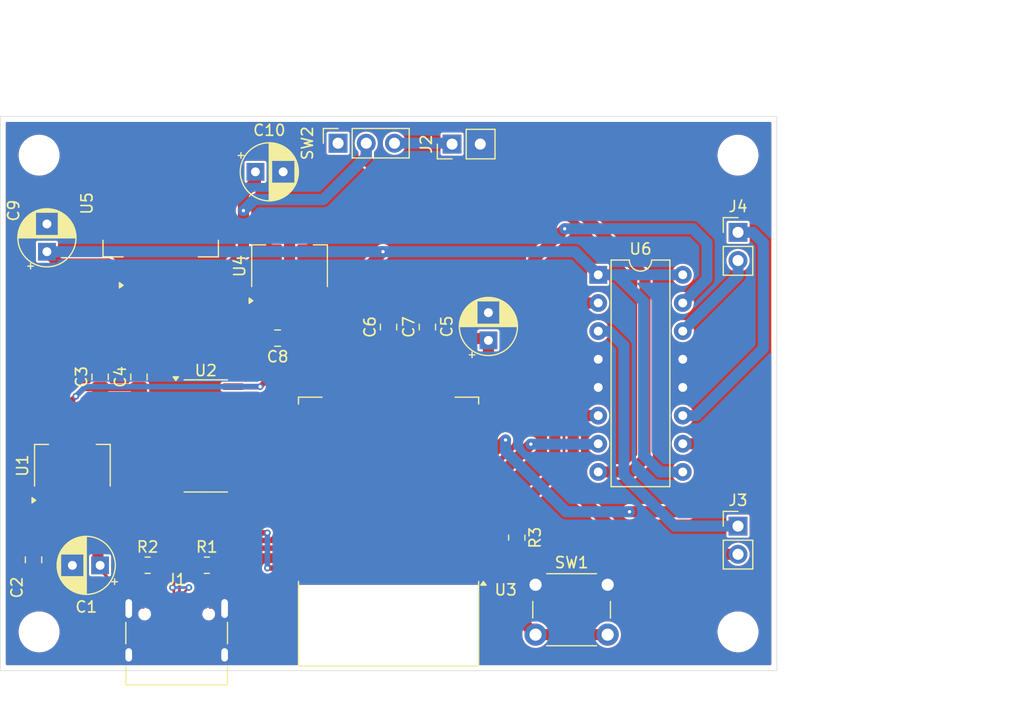
<source format=kicad_pcb>
(kicad_pcb (version 20240108) (generator "pcbnew") (generator_version "8.0")
  (layers (0 "F.Cu" signal) (31 "B.Cu" signal) (34 "B.Paste" user) (35 "F.Paste" user) (36 "B.SilkS" user "B.Silkscreen") (37 "F.SilkS" user "F.Silkscreen") (38 "B.Mask" user) (39 "F.Mask" user) (44 "Edge.Cuts" user))
  (net 0 "")
  (net 1 "GND")
  (net 2 "VBUS")
  (net 3 "+3.3V")
  (net 4 "+5V")
  (net 5 "+9V")
  (net 6 "D+")
  (net 7 "Net-(J1-CC2)")
  (net 9 "D-")
  (net 11 "Net-(J1-CC1)")
  (net 12 "3A")
  (net 13 "1A")
  (net 14 "4A")
  (net 15 "2A")
  (net 16 "Net-(U3-~{RST})")
  (net 20 "TX")
  (net 21 "RX")
  (net 37 "Net-(J2-Pin_1)")
  (net 38 "Net-(J3-Pin_2)")
  (net 39 "Net-(J3-Pin_1)")
  (net 40 "Net-(J4-Pin_2)")
  (net 41 "Net-(J4-Pin_1)")
  (footprint "RF_Module:ESP-12E" (layer "F.Cu") (at 135 107.45 180)
    (property "Reference" "U3" (at -10.56 -5.26 180) (layer "F.SilkS"))
    (property "Value" "ESP-12F")
    (pad "1" smd rect (at -7.6 -3.5 180) (size 2.5 1) (layers "F.Cu" "F.Paste" "F.Mask") (net 16 "Net-(U3-~{RST})"))
    (pad "2" smd rect (at -7.6 -1.5 180) (size 2.5 1) (layers "F.Cu" "F.Paste" "F.Mask"))
    (pad "3" smd rect (at -7.6 0.5 180) (size 2.5 1) (layers "F.Cu" "F.Paste" "F.Mask") (net 3 "+3.3V"))
    (pad "4" smd rect (at -7.6 2.5 180) (size 2.5 1) (layers "F.Cu" "F.Paste" "F.Mask") (net 13 "1A"))
    (pad "5" smd rect (at -7.6 4.5 180) (size 2.5 1) (layers "F.Cu" "F.Paste" "F.Mask") (net 15 "2A"))
    (pad "6" smd rect (at -7.6 6.5 180) (size 2.5 1) (layers "F.Cu" "F.Paste" "F.Mask") (net 12 "3A"))
    (pad "7" smd rect (at -7.6 8.5 180) (size 2.5 1) (layers "F.Cu" "F.Paste" "F.Mask") (net 14 "4A"))
    (pad "8" smd rect (at -7.6 10.5 180) (size 2.5 1) (layers "F.Cu" "F.Paste" "F.Mask") (net 3 "+3.3V"))
    (pad "9" smd rect (at -5 12 180) (size 1 1.8) (layers "F.Cu" "F.Paste" "F.Mask"))
    (pad "10" smd rect (at -3 12 180) (size 1 1.8) (layers "F.Cu" "F.Paste" "F.Mask"))
    (pad "11" smd rect (at -1 12 180) (size 1 1.8) (layers "F.Cu" "F.Paste" "F.Mask"))
    (pad "12" smd rect (at 1 12 180) (size 1 1.8) (layers "F.Cu" "F.Paste" "F.Mask"))
    (pad "13" smd rect (at 3 12 180) (size 1 1.8) (layers "F.Cu" "F.Paste" "F.Mask"))
    (pad "14" smd rect (at 5 12 180) (size 1 1.8) (layers "F.Cu" "F.Paste" "F.Mask"))
    (pad "15" smd rect (at 7.6 10.5 180) (size 2.5 1) (layers "F.Cu" "F.Paste" "F.Mask") (net 1 "GND"))
    (pad "16" smd rect (at 7.6 8.5 180) (size 2.5 1) (layers "F.Cu" "F.Paste" "F.Mask"))
    (pad "17" smd rect (at 7.6 6.5 180) (size 2.5 1) (layers "F.Cu" "F.Paste" "F.Mask"))
    (pad "18" smd rect (at 7.6 4.5 180) (size 2.5 1) (layers "F.Cu" "F.Paste" "F.Mask"))
    (pad "19" smd rect (at 7.6 2.5 180) (size 2.5 1) (layers "F.Cu" "F.Paste" "F.Mask"))
    (pad "20" smd rect (at 7.6 0.5 180) (size 2.5 1) (layers "F.Cu" "F.Paste" "F.Mask"))
    (pad "21" smd rect (at 7.6 -1.5 180) (size 2.5 1) (layers "F.Cu" "F.Paste" "F.Mask") (net 20 "TX"))
    (pad "22" smd rect (at 7.6 -3.5 180) (size 2.5 1) (layers "F.Cu" "F.Paste" "F.Mask") (net 21 "RX"))
    (zone (net 0) (net_name "") (layers "*.Cu") (connect_pads (clearance 0)) (min_thickness 0.254)
      (keepout (tracks not_allowed) (vias not_allowed) (pads not_allowed) (copperpour not_allowed) (footprints not_allowed))
      (fill (thermal_gap 0.508) (thermal_bridge_width 0.508))
      (polygon (pts (xy 143.12 112.25) (xy 126.88 112.25) (xy 126.88 119.57) (xy 143.12 119.57)))
    )
  )
  (footprint "Capacitor_THT:CP_Radial_D5.0mm_P2.50mm" (layer "F.Cu") (at 104.205112 82.205112 90)
    (property "Reference" "C9" (at 3.705104 -3 270) (layer "F.SilkS"))
    (property "Value" "10u")
    (pad "1" thru_hole rect (at 0 0 90) (size 1.6 1.6) (drill 0.8) (layers "*.Cu" "*.Mask") (net 4 "+5V"))
    (pad "2" thru_hole circle (at 2.5 0 90) (size 1.6 1.6) (drill 0.8) (layers "*.Cu" "*.Mask") (net 1 "GND"))
  )
  (footprint "Capacitor_THT:CP_Radial_D5.0mm_P2.50mm" (layer "F.Cu") (at 123 75)
    (property "Reference" "C10" (at 1.25 -3.75 0) (layer "F.SilkS"))
    (property "Value" "100u")
    (pad "1" thru_hole rect (at 0 0) (size 1.6 1.6) (drill 0.8) (layers "*.Cu" "*.Mask") (net 5 "+9V"))
    (pad "2" thru_hole circle (at 2.5 0) (size 1.6 1.6) (drill 0.8) (layers "*.Cu" "*.Mask") (net 1 "GND"))
  )
  (footprint "Capacitor_THT:CP_Radial_D5.0mm_P2.50mm" (layer "F.Cu") (at 109 110.5 180)
    (property "Reference" "C1" (at 1.25 -3.75 180) (layer "F.SilkS"))
    (property "Value" "10u")
    (pad "1" thru_hole rect (at 0 0 180) (size 1.6 1.6) (drill 0.8) (layers "*.Cu" "*.Mask") (net 2 "VBUS"))
    (pad "2" thru_hole circle (at 2.5 0 180) (size 1.6 1.6) (drill 0.8) (layers "*.Cu" "*.Mask") (net 1 "GND"))
  )
  (footprint "Capacitor_SMD:C_0805_2012Metric_Pad1.18x1.45mm_HandSolder" (layer "F.Cu") (at 138.5 89 90)
    (property "Reference" "C7" (at 0 -1.68 270) (layer "F.SilkS"))
    (property "Value" "100n")
    (pad "1" smd roundrect (at -1.0375 0 90) (size 1.175 1.45) (layers "F.Cu" "F.Paste" "F.Mask") (roundrect_rratio 0.2127659574) (net 3 "+3.3V"))
    (pad "2" smd roundrect (at 1.0375 0 90) (size 1.175 1.45) (layers "F.Cu" "F.Paste" "F.Mask") (roundrect_rratio 0.2127659574) (net 1 "GND"))
  )
  (footprint "Package_TO_SOT_SMD:SOT-223-3_TabPin2" (layer "F.Cu") (at 126.075 83.5 90)
    (property "Reference" "U4" (at 0 -4.5 270) (layer "F.SilkS"))
    (property "Value" "AMS1117-3.3")
    (pad "1" smd roundrect (at -3.15 -2.3 90) (size 2 1.5) (layers "F.Cu" "F.Paste" "F.Mask") (net 1 "GND"))
    (pad "2" smd roundrect (at -3.15 0 90) (size 2 1.5) (layers "F.Cu" "F.Paste" "F.Mask") (net 3 "+3.3V"))
    (pad "2" smd roundrect (at 3.15 0 90) (size 2 3.8) (layers "F.Cu" "F.Paste" "F.Mask") (net 3 "+3.3V"))
    (pad "3" smd roundrect (at -3.15 2.3 90) (size 2 1.5) (layers "F.Cu" "F.Paste" "F.Mask") (net 4 "+5V"))
  )
  (footprint "Capacitor_SMD:C_0805_2012Metric_Pad1.18x1.45mm_HandSolder" (layer "F.Cu") (at 135 89 90)
    (property "Reference" "C6" (at 0 -1.68 270) (layer "F.SilkS"))
    (property "Value" "1u")
    (pad "1" smd roundrect (at -1.0375 0 90) (size 1.175 1.45) (layers "F.Cu" "F.Paste" "F.Mask") (roundrect_rratio 0.2127659574) (net 3 "+3.3V"))
    (pad "2" smd roundrect (at 1.0375 0 90) (size 1.175 1.45) (layers "F.Cu" "F.Paste" "F.Mask") (roundrect_rratio 0.2127659574) (net 1 "GND"))
  )
  (footprint "Capacitor_SMD:C_0805_2012Metric_Pad1.18x1.45mm_HandSolder" (layer "F.Cu") (at 103 110 -90)
    (property "Reference" "C2" (at 2.5 1.5 90) (layer "F.SilkS"))
    (property "Value" "100n")
    (pad "1" smd roundrect (at -1.0375 0 270) (size 1.175 1.45) (layers "F.Cu" "F.Paste" "F.Mask") (roundrect_rratio 0.2127659574) (net 3 "+3.3V"))
    (pad "2" smd roundrect (at 1.0375 0 270) (size 1.175 1.45) (layers "F.Cu" "F.Paste" "F.Mask") (roundrect_rratio 0.2127659574) (net 1 "GND"))
  )
  (footprint "Resistor_SMD:R_0805_2012Metric_Pad1.20x1.40mm_HandSolder" (layer "F.Cu") (at 146.558 108 -90)
    (property "Reference" "R3" (at 0 -1.65 90) (layer "F.SilkS"))
    (property "Value" "10k")
    (pad "1" smd roundrect (at -1 0 270) (size 1.2 1.4) (layers "F.Cu" "F.Paste" "F.Mask") (roundrect_rratio 0.2083333333) (net 3 "+3.3V"))
    (pad "2" smd roundrect (at 1 0 270) (size 1.2 1.4) (layers "F.Cu" "F.Paste" "F.Mask") (roundrect_rratio 0.2083333333) (net 16 "Net-(U3-~{RST})"))
  )
  (footprint "Package_TO_SOT_SMD:TO-263-2" (layer "F.Cu") (at 114.46 77.85 90)
    (property "Reference" "U5" (at 0 -6.65 270) (layer "F.SilkS"))
    (property "Value" "L7805")
    (pad "1" smd roundrect (at -7.65 -2.54 90) (size 4.6 1.1) (layers "F.Cu" "F.Paste" "F.Mask") (roundrect_rratio 0.2272727273) (net 4 "+5V"))
    (pad "2" smd roundrect (at -0.925 -2.775 90) (size 4.55 5.25) (layers "F.Cu" "F.Paste") (roundrect_rratio 0.05494505495) (net 1 "GND"))
    (pad "2" smd roundrect (at -0.925 2.775 90) (size 4.55 5.25) (layers "F.Cu" "F.Paste") (roundrect_rratio 0.05494505495) (net 1 "GND"))
    (pad "2" smd roundrect (at 1.5 0 90) (size 9.4 10.8) (layers "F.Cu" "F.Mask") (roundrect_rratio 0.02659595745) (net 1 "GND"))
    (pad "2" smd roundrect (at 3.925 -2.775 90) (size 4.55 5.25) (layers "F.Cu" "F.Paste") (roundrect_rratio 0.05494505495) (net 1 "GND"))
    (pad "2" smd roundrect (at 3.925 2.775 90) (size 4.55 5.25) (layers "F.Cu" "F.Paste") (roundrect_rratio 0.05494505495) (net 1 "GND"))
    (pad "3" smd roundrect (at -7.65 2.54 90) (size 4.6 1.1) (layers "F.Cu" "F.Paste" "F.Mask") (roundrect_rratio 0.2272727273) (net 5 "+9V"))
  )
  (footprint "Package_DIP:DIP-16_W7.62mm" (layer "F.Cu") (at 153.9 84.29)
    (property "Reference" "U6" (at 3.81 -2.33 360) (layer "F.SilkS"))
    (property "Value" "L293D")
    (pad "1" thru_hole rect (at 0 0) (size 1.6 1.6) (drill 0.8) (layers "*.Cu" "*.Mask") (net 4 "+5V"))
    (pad "2" thru_hole oval (at 0 2.54) (size 1.6 1.6) (drill 0.8) (layers "*.Cu" "*.Mask") (net 13 "1A"))
    (pad "3" thru_hole oval (at 0 5.08) (size 1.6 1.6) (drill 0.8) (layers "*.Cu" "*.Mask") (net 39 "Net-(J3-Pin_1)"))
    (pad "4" thru_hole oval (at 0 7.62) (size 1.6 1.6) (drill 0.8) (layers "*.Cu" "*.Mask") (net 1 "GND"))
    (pad "5" thru_hole oval (at 0 10.16) (size 1.6 1.6) (drill 0.8) (layers "*.Cu" "*.Mask") (net 1 "GND"))
    (pad "6" thru_hole oval (at 0 12.7) (size 1.6 1.6) (drill 0.8) (layers "*.Cu" "*.Mask") (net 38 "Net-(J3-Pin_2)"))
    (pad "7" thru_hole oval (at 0 15.24) (size 1.6 1.6) (drill 0.8) (layers "*.Cu" "*.Mask") (net 15 "2A"))
    (pad "8" thru_hole oval (at 0 17.78) (size 1.6 1.6) (drill 0.8) (layers "*.Cu" "*.Mask") (net 5 "+9V"))
    (pad "9" thru_hole oval (at 7.62 17.78) (size 1.6 1.6) (drill 0.8) (layers "*.Cu" "*.Mask") (net 4 "+5V"))
    (pad "10" thru_hole oval (at 7.62 15.24) (size 1.6 1.6) (drill 0.8) (layers "*.Cu" "*.Mask") (net 12 "3A"))
    (pad "11" thru_hole oval (at 7.62 12.7) (size 1.6 1.6) (drill 0.8) (layers "*.Cu" "*.Mask") (net 41 "Net-(J4-Pin_1)"))
    (pad "12" thru_hole oval (at 7.62 10.16) (size 1.6 1.6) (drill 0.8) (layers "*.Cu" "*.Mask") (net 1 "GND"))
    (pad "13" thru_hole oval (at 7.62 7.62) (size 1.6 1.6) (drill 0.8) (layers "*.Cu" "*.Mask") (net 1 "GND"))
    (pad "14" thru_hole oval (at 7.62 5.08) (size 1.6 1.6) (drill 0.8) (layers "*.Cu" "*.Mask") (net 40 "Net-(J4-Pin_2)"))
    (pad "15" thru_hole oval (at 7.62 2.54) (size 1.6 1.6) (drill 0.8) (layers "*.Cu" "*.Mask") (net 14 "4A"))
    (pad "16" thru_hole oval (at 7.62 0) (size 1.6 1.6) (drill 0.8) (layers "*.Cu" "*.Mask") (net 4 "+5V"))
  )
  (footprint "Resistor_SMD:R_0805_2012Metric_Pad1.20x1.40mm_HandSolder" (layer "F.Cu") (at 118.618 110.49)
    (property "Reference" "R1" (at 0 -1.65 360) (layer "F.SilkS"))
    (property "Value" "5.1k")
    (pad "1" smd roundrect (at -1 0) (size 1.2 1.4) (layers "F.Cu" "F.Paste" "F.Mask") (roundrect_rratio 0.2083333333) (net 7 "Net-(J1-CC2)"))
    (pad "2" smd roundrect (at 1 0) (size 1.2 1.4) (layers "F.Cu" "F.Paste" "F.Mask") (roundrect_rratio 0.2083333333) (net 1 "GND"))
  )
  (footprint "Connector_USB:USB_C_Receptacle_XKB_U262-16XN-4BVC11" (layer "F.Cu") (at 115.9 117.5)
    (property "Reference" "J1" (at 0 -5.715 0) (layer "F.SilkS"))
    (property "Value" "USB_C_Receptacle_USB2.0_16P")
    (pad "" np_thru_hole circle (at -2.89 -2.605) (size 0.65 0.65) (drill 0.65) (layers "*.Cu" "*.Mask"))
    (pad "" np_thru_hole circle (at 2.89 -2.605) (size 0.65 0.65) (drill 0.65) (layers "*.Cu" "*.Mask"))
    (pad "A1" smd rect (at -3.35 -3.67) (size 0.3 1.15) (layers "F.Cu" "F.Paste" "F.Mask") (net 1 "GND"))
    (pad "A4" smd rect (at -2.55 -3.67) (size 0.3 1.15) (layers "F.Cu" "F.Paste" "F.Mask") (net 2 "VBUS"))
    (pad "A5" smd rect (at -1.25 -3.67) (size 0.3 1.15) (layers "F.Cu" "F.Paste" "F.Mask") (net 11 "Net-(J1-CC1)"))
    (pad "A6" smd rect (at -0.25 -3.67) (size 0.3 1.15) (layers "F.Cu" "F.Paste" "F.Mask") (net 6 "D+"))
    (pad "A7" smd rect (at 0.25 -3.67) (size 0.3 1.15) (layers "F.Cu" "F.Paste" "F.Mask") (net 9 "D-"))
    (pad "A8" smd rect (at 1.25 -3.67) (size 0.3 1.15) (layers "F.Cu" "F.Paste" "F.Mask"))
    (pad "A9" smd rect (at 2.55 -3.67) (size 0.3 1.15) (layers "F.Cu" "F.Paste" "F.Mask") (net 2 "VBUS"))
    (pad "A12" smd rect (at 3.35 -3.67) (size 0.3 1.15) (layers "F.Cu" "F.Paste" "F.Mask") (net 1 "GND"))
    (pad "B1" smd rect (at 3.05 -3.67) (size 0.3 1.15) (layers "F.Cu" "F.Paste" "F.Mask") (net 1 "GND"))
    (pad "B4" smd rect (at 2.25 -3.67) (size 0.3 1.15) (layers "F.Cu" "F.Paste" "F.Mask") (net 2 "VBUS"))
    (pad "B5" smd rect (at 1.75 -3.67) (size 0.3 1.15) (layers "F.Cu" "F.Paste" "F.Mask") (net 7 "Net-(J1-CC2)"))
    (pad "B6" smd rect (at 0.75 -3.67) (size 0.3 1.15) (layers "F.Cu" "F.Paste" "F.Mask") (net 6 "D+"))
    (pad "B7" smd rect (at -0.75 -3.67) (size 0.3 1.15) (layers "F.Cu" "F.Paste" "F.Mask") (net 9 "D-"))
    (pad "B8" smd rect (at -1.75 -3.67) (size 0.3 1.15) (layers "F.Cu" "F.Paste" "F.Mask"))
    (pad "B9" smd rect (at -2.25 -3.67) (size 0.3 1.15) (layers "F.Cu" "F.Paste" "F.Mask") (net 2 "VBUS"))
    (pad "B12" smd rect (at -3.05 -3.67) (size 0.3 1.15) (layers "F.Cu" "F.Paste" "F.Mask") (net 1 "GND"))
    (pad "S1" thru_hole oval (at -4.32 -3.105) (size 1 2.1) (drill oval 0.6 1.7) (layers "*.Cu" "*.Mask") (net 1 "GND"))
    (pad "S1" thru_hole oval (at -4.32 1.075) (size 1 1.6) (drill oval 0.6 1.2) (layers "*.Cu" "*.Mask") (net 1 "GND"))
    (pad "S1" thru_hole oval (at 4.32 -3.105) (size 1 2.1) (drill oval 0.6 1.7) (layers "*.Cu" "*.Mask") (net 1 "GND"))
    (pad "S1" thru_hole oval (at 4.32 1.075) (size 1 1.6) (drill oval 0.6 1.2) (layers "*.Cu" "*.Mask") (net 1 "GND"))
  )
  (footprint "Connector_PinHeader_2.54mm:PinHeader_1x02_P2.54mm_Vertical" (layer "F.Cu") (at 166.5 106.96)
    (property "Reference" "J3" (at 0 -2.33 0) (layer "F.SilkS"))
    (property "Value" "MOTOR1")
    (pad "1" thru_hole rect (at 0 0) (size 1.7 1.7) (drill 1) (layers "*.Cu" "*.Mask") (net 39 "Net-(J3-Pin_1)"))
    (pad "2" thru_hole oval (at 0 2.54) (size 1.7 1.7) (drill 1) (layers "*.Cu" "*.Mask") (net 38 "Net-(J3-Pin_2)"))
  )
  (footprint "Package_TO_SOT_SMD:SOT-223-3_TabPin2" (layer "F.Cu") (at 106.5 101.5 90)
    (property "Reference" "U1" (at 0 -4.5 270) (layer "F.SilkS"))
    (property "Value" "AMS1117-3.3")
    (pad "1" smd roundrect (at -3.15 -2.3 90) (size 2 1.5) (layers "F.Cu" "F.Paste" "F.Mask") (net 1 "GND"))
    (pad "2" smd roundrect (at -3.15 0 90) (size 2 1.5) (layers "F.Cu" "F.Paste" "F.Mask") (net 3 "+3.3V"))
    (pad "2" smd roundrect (at 3.15 0 90) (size 2 3.8) (layers "F.Cu" "F.Paste" "F.Mask") (net 3 "+3.3V"))
    (pad "3" smd roundrect (at -3.15 2.3 90) (size 2 1.5) (layers "F.Cu" "F.Paste" "F.Mask") (net 2 "VBUS"))
  )
  (footprint "Resistor_SMD:R_0805_2012Metric_Pad1.20x1.40mm_HandSolder" (layer "F.Cu") (at 113.284 110.49)
    (property "Reference" "R2" (at 0 -1.65 0) (layer "F.SilkS"))
    (property "Value" "5.1k")
    (pad "1" smd roundrect (at -1 0) (size 1.2 1.4) (layers "F.Cu" "F.Paste" "F.Mask") (roundrect_rratio 0.2083333333) (net 11 "Net-(J1-CC1)"))
    (pad "2" smd roundrect (at 1 0) (size 1.2 1.4) (layers "F.Cu" "F.Paste" "F.Mask") (roundrect_rratio 0.2083333333) (net 1 "GND"))
  )
  (footprint "MountingHole:MountingHole_3.2mm_M3" (layer "F.Cu") (at 166.5 116.5)
    (property "Reference" "H1" (hide yes))
    (property "Value" "MountingHole" (hide yes))
    (pad "" np_thru_hole circle (at 0 0) (size 3.2 3.2) (drill 3.2) (layers "*.Cu" "*.Mask"))
  )
  (footprint "Capacitor_SMD:C_0805_2012Metric_Pad1.18x1.45mm_HandSolder" (layer "F.Cu") (at 112.5 93.5 90)
    (property "Reference" "C4" (at 0 -1.68 270) (layer "F.SilkS"))
    (property "Value" "100n")
    (pad "1" smd roundrect (at -1.0375 0 90) (size 1.175 1.45) (layers "F.Cu" "F.Paste" "F.Mask") (roundrect_rratio 0.2127659574) (net 3 "+3.3V"))
    (pad "2" smd roundrect (at 1.0375 0 90) (size 1.175 1.45) (layers "F.Cu" "F.Paste" "F.Mask") (roundrect_rratio 0.2127659574) (net 1 "GND"))
  )
  (footprint "MountingHole:MountingHole_3.2mm_M3" (layer "F.Cu") (at 166.5 73.5)
    (property "Reference" "H2" (hide yes))
    (property "Value" "MountingHole" (hide yes))
    (pad "" np_thru_hole circle (at 0 0) (size 3.2 3.2) (drill 3.2) (layers "*.Cu" "*.Mask"))
  )
  (footprint "MountingHole:MountingHole_3.2mm_M3" (layer "F.Cu") (at 103.5 116.5)
    (property "Reference" "H3" (hide yes))
    (property "Value" "MountingHole" (hide yes))
    (pad "" np_thru_hole circle (at 0 0) (size 3.2 3.2) (drill 3.2) (layers "*.Cu" "*.Mask"))
  )
  (footprint "Capacitor_THT:CP_Radial_D5.0mm_P2.50mm" (layer "F.Cu") (at 144 90.205112 90)
    (property "Reference" "C5" (at 1.25 -3.75 270) (layer "F.SilkS"))
    (property "Value" "10u")
    (pad "1" thru_hole rect (at 0 0 90) (size 1.6 1.6) (drill 0.8) (layers "*.Cu" "*.Mask") (net 3 "+3.3V"))
    (pad "2" thru_hole circle (at 2.5 0 90) (size 1.6 1.6) (drill 0.8) (layers "*.Cu" "*.Mask") (net 1 "GND"))
  )
  (footprint "Capacitor_SMD:C_0805_2012Metric_Pad1.18x1.45mm_HandSolder" (layer "F.Cu") (at 125 90 180)
    (property "Reference" "C8" (at 0 -1.68 180) (layer "F.SilkS"))
    (property "Value" "100n")
    (pad "1" smd roundrect (at -1.0375 0 180) (size 1.175 1.45) (layers "F.Cu" "F.Paste" "F.Mask") (roundrect_rratio 0.2127659574) (net 3 "+3.3V"))
    (pad "2" smd roundrect (at 1.0375 0 180) (size 1.175 1.45) (layers "F.Cu" "F.Paste" "F.Mask") (roundrect_rratio 0.2127659574) (net 1 "GND"))
  )
  (footprint "Capacitor_SMD:C_0805_2012Metric_Pad1.18x1.45mm_HandSolder" (layer "F.Cu") (at 109 93.5 90)
    (property "Reference" "C3" (at 0 -1.68 270) (layer "F.SilkS"))
    (property "Value" "1u")
    (pad "1" smd roundrect (at -1.0375 0 90) (size 1.175 1.45) (layers "F.Cu" "F.Paste" "F.Mask") (roundrect_rratio 0.2127659574) (net 3 "+3.3V"))
    (pad "2" smd roundrect (at 1.0375 0 90) (size 1.175 1.45) (layers "F.Cu" "F.Paste" "F.Mask") (roundrect_rratio 0.2127659574) (net 1 "GND"))
  )
  (footprint "Connector_PinSocket_2.54mm:PinSocket_1x03_P2.54mm_Vertical" (layer "F.Cu") (at 130.45 72.42 90)
    (property "Reference" "SW2" (at 0 -2.77 270) (layer "F.SilkS"))
    (property "Value" "power")
    (pad "1" thru_hole rect (at 0 0 90) (size 1.7 1.7) (drill 1) (layers "*.Cu" "*.Mask"))
    (pad "2" thru_hole oval (at 0 2.54 90) (size 1.7 1.7) (drill 1) (layers "*.Cu" "*.Mask") (net 5 "+9V"))
    (pad "3" thru_hole oval (at 0 5.08 90) (size 1.7 1.7) (drill 1) (layers "*.Cu" "*.Mask") (net 37 "Net-(J2-Pin_1)"))
  )
  (footprint "MountingHole:MountingHole_3.2mm_M3" (layer "F.Cu") (at 103.5 73.5)
    (property "Reference" "H4" (hide yes))
    (property "Value" "MountingHole" (hide yes))
    (pad "" np_thru_hole circle (at 0 0) (size 3.2 3.2) (drill 3.2) (layers "*.Cu" "*.Mask"))
  )
  (footprint "Button_Switch_THT:SW_PUSH_6mm" (layer "F.Cu") (at 148.25 112.25)
    (property "Reference" "SW1" (at 3.25 -2 0) (layer "F.SilkS"))
    (property "Value" "RESET")
    (pad "1" thru_hole circle (at 0 0 90) (size 2 2) (drill 1.1) (layers "*.Cu" "*.Mask") (net 1 "GND"))
    (pad "1" thru_hole circle (at 6.5 0 90) (size 2 2) (drill 1.1) (layers "*.Cu" "*.Mask") (net 1 "GND"))
    (pad "2" thru_hole circle (at 0 4.5 90) (size 2 2) (drill 1.1) (layers "*.Cu" "*.Mask") (net 16 "Net-(U3-~{RST})"))
    (pad "2" thru_hole circle (at 6.5 4.5 90) (size 2 2) (drill 1.1) (layers "*.Cu" "*.Mask") (net 16 "Net-(U3-~{RST})"))
  )
  (footprint "Package_SO:SOIC-16_3.9x9.9mm_P1.27mm" (layer "F.Cu") (at 118.525 98.825)
    (property "Reference" "U2" (at 0 -5.9 0) (layer "F.SilkS"))
    (property "Value" "CH340C")
    (pad "1" smd roundrect (at -2.475 -4.445) (size 1.95 0.6) (layers "F.Cu" "F.Paste" "F.Mask") (net 1 "GND"))
    (pad "2" smd roundrect (at -2.475 -3.175) (size 1.95 0.6) (layers "F.Cu" "F.Paste" "F.Mask") (net 21 "RX"))
    (pad "3" smd roundrect (at -2.475 -1.905) (size 1.95 0.6) (layers "F.Cu" "F.Paste" "F.Mask") (net 20 "TX"))
    (pad "4" smd roundrect (at -2.475 -0.635) (size 1.95 0.6) (layers "F.Cu" "F.Paste" "F.Mask") (net 3 "+3.3V"))
    (pad "5" smd roundrect (at -2.475 0.635) (size 1.95 0.6) (layers "F.Cu" "F.Paste" "F.Mask") (net 6 "D+"))
    (pad "6" smd roundrect (at -2.475 1.905) (size 1.95 0.6) (layers "F.Cu" "F.Paste" "F.Mask") (net 9 "D-"))
    (pad "7" smd roundrect (at -2.475 3.175) (size 1.95 0.6) (layers "F.Cu" "F.Paste" "F.Mask"))
    (pad "8" smd roundrect (at -2.475 4.445) (size 1.95 0.6) (layers "F.Cu" "F.Paste" "F.Mask"))
    (pad "9" smd roundrect (at 2.475 4.445) (size 1.95 0.6) (layers "F.Cu" "F.Paste" "F.Mask"))
    (pad "10" smd roundrect (at 2.475 3.175) (size 1.95 0.6) (layers "F.Cu" "F.Paste" "F.Mask"))
    (pad "11" smd roundrect (at 2.475 1.905) (size 1.95 0.6) (layers "F.Cu" "F.Paste" "F.Mask"))
    (pad "12" smd roundrect (at 2.475 0.635) (size 1.95 0.6) (layers "F.Cu" "F.Paste" "F.Mask"))
    (pad "13" smd roundrect (at 2.475 -0.635) (size 1.95 0.6) (layers "F.Cu" "F.Paste" "F.Mask"))
    (pad "14" smd roundrect (at 2.475 -1.905) (size 1.95 0.6) (layers "F.Cu" "F.Paste" "F.Mask"))
    (pad "15" smd roundrect (at 2.475 -3.175) (size 1.95 0.6) (layers "F.Cu" "F.Paste" "F.Mask"))
    (pad "16" smd roundrect (at 2.475 -4.445) (size 1.95 0.6) (layers "F.Cu" "F.Paste" "F.Mask") (net 3 "+3.3V"))
  )
  (footprint "Connector_PinHeader_2.54mm:PinHeader_1x02_P2.54mm_Vertical" (layer "F.Cu") (at 140.725 72.5 90)
    (property "Reference" "J2" (at 0 -2.33 270) (layer "F.SilkS"))
    (property "Value" "9v BATTERY")
    (pad "1" thru_hole rect (at 0 0 90) (size 1.7 1.7) (drill 1) (layers "*.Cu" "*.Mask") (net 37 "Net-(J2-Pin_1)"))
    (pad "2" thru_hole oval (at 0 2.54 90) (size 1.7 1.7) (drill 1) (layers "*.Cu" "*.Mask") (net 1 "GND"))
  )
  (footprint "Connector_PinHeader_2.54mm:PinHeader_1x02_P2.54mm_Vertical" (layer "F.Cu") (at 166.5 80.46)
    (property "Reference" "J4" (at 0 -2.33 0) (layer "F.SilkS"))
    (property "Value" "MOTOR2")
    (pad "1" thru_hole rect (at 0 0) (size 1.7 1.7) (drill 1) (layers "*.Cu" "*.Mask") (net 41 "Net-(J4-Pin_1)"))
    (pad "2" thru_hole oval (at 0 2.54) (size 1.7 1.7) (drill 1) (layers "*.Cu" "*.Mask") (net 40 "Net-(J4-Pin_2)"))
  )
  (gr_rect (start 100 70) (end 170 120) (stroke (width 0.05)) (fill none) (layer "Edge.Cuts"))
  (segment (start 115.104949 116) (end 113.65 114.545051) (width 0.25) (layer "F.Cu") (net 2))
  (segment (start 113.65 114.545051) (end 113.65 113.83) (width 0.25) (layer "F.Cu") (net 2))
  (segment (start 118.15 114.545051) (end 116.695051 116) (width 0.25) (layer "F.Cu") (net 2))
  (segment (start 110.236 112.141) (end 109 110.905) (width 0.25) (layer "F.Cu") (net 2))
  (segment (start 109 110.905) (end 109 110.5) (width 0.25) (layer "F.Cu") (net 2))
  (segment (start 108.8 110.3) (end 109 110.5) (width 1) (layer "F.Cu") (net 2))
  (segment (start 118.15 113.83) (end 118.15 114.545051) (width 0.25) (layer "F.Cu") (net 2))
  (segment (start 108.8 104.65) (end 108.8 110.3) (width 1) (layer "F.Cu") (net 2))
  (segment (start 116.695051 116) (end 115.104949 116) (width 0.25) (layer "F.Cu") (net 2))
  (segment (start 112.903 112.141) (end 110.236 112.141) (width 0.25) (layer "F.Cu") (net 2))
  (segment (start 113.65 112.888) (end 112.903 112.141) (width 0.25) (layer "F.Cu") (net 2))
  (segment (start 113.65 113.83) (end 113.65 112.888) (width 0.25) (layer "F.Cu") (net 2))
  (segment (start 103 108.9625) (end 103.8895 108.9625) (width 1) (layer "F.Cu") (net 3))
  (segment (start 141.05 106.95) (end 142.6 106.95) (width 1) (layer "F.Cu") (net 3))
  (segment (start 126.0375 90) (end 126.0375 86.6875) (width 1) (layer "F.Cu") (net 3))
  (segment (start 112.5 94.5375) (end 112.5 95.99) (width 0.5) (layer "F.Cu") (net 3))
  (segment (start 106.5 106.352) (end 106.5 104.65) (width 1) (layer "F.Cu") (net 3))
  (segment (start 144 90.205112) (end 144 95.55) (width 1) (layer "F.Cu") (net 3))
  (segment (start 112.5 95.99) (end 114.7 98.19) (width 0.5) (layer "F.Cu") (net 3))
  (segment (start 126.0375 86.6875) (end 126.075 86.65) (width 1) (layer "F.Cu") (net 3))
  (segment (start 114.7 98.19) (end 116.05 98.19) (width 0.5) (layer "F.Cu") (net 3))
  (segment (start 143.832388 90.0375) (end 144 90.205112) (width 1) (layer "F.Cu") (net 3))
  (segment (start 140 98) (end 140 106) (width 1) (layer "F.Cu") (net 3))
  (segment (start 134.9625 90) (end 135 90.0375) (width 1) (layer "F.Cu") (net 3))
  (segment (start 121 94.38) (end 123.425 94.38) (width 0.5) (layer "F.Cu") (net 3))
  (segment (start 138.5 90.0375) (end 143.832388 90.0375) (width 1) (layer "F.Cu") (net 3))
  (segment (start 109 94.5375) (end 112.5 94.5375) (width 0.5) (layer "F.Cu") (net 3))
  (segment (start 142.65 107) (end 142.6 106.95) (width 1) (layer "F.Cu") (net 3))
  (segment (start 126.0375 91.7675) (end 126.0375 90) (width 0.5) (layer "F.Cu") (net 3))
  (segment (start 126.0375 90) (end 134.9625 90) (width 1) (layer "F.Cu") (net 3))
  (segment (start 109 94.5375) (end 107.5195 94.5375) (width 0.5) (layer "F.Cu") (net 3))
  (segment (start 106.5 104.65) (end 106.5 98.35) (width 1) (layer "F.Cu") (net 3))
  (segment (start 140 106) (end 141 107) (width 1) (layer "F.Cu") (net 3))
  (segment (start 106.807 95.25) (end 106.5 95.557) (width 0.5) (layer "F.Cu") (net 3))
  (segment (start 141 107) (end 141.05 106.95) (width 1) (layer "F.Cu") (net 3))
  (segment (start 123.425 94.38) (end 126.0375 91.7675) (width 0.5) (layer "F.Cu") (net 3))
  (segment (start 146.558 107) (end 142.65 107) (width 1) (layer "F.Cu") (net 3))
  (segment (start 138.5 90.0375) (end 135 90.0375) (width 1) (layer "F.Cu") (net 3))
  (segment (start 106.5 95.557) (end 106.5 98.35) (width 0.5) (layer "F.Cu") (net 3))
  (segment (start 142.6 96.95) (end 141.05 96.95) (width 1) (layer "F.Cu") (net 3))
  (segment (start 126.075 86.65) (end 126.075 80.35) (width 1) (layer "F.Cu") (net 3))
  (segment (start 103.8895 108.9625) (end 106.5 106.352) (width 1) (layer "F.Cu") (net 3))
  (segment (start 107.5195 94.5375) (end 106.807 95.25) (width 0.5) (layer "F.Cu") (net 3))
  (segment (start 144 95.55) (end 142.6 96.95) (width 1) (layer "F.Cu") (net 3))
  (segment (start 138.667612 90.205112) (end 138.5 90.0375) (width 1) (layer "F.Cu") (net 3))
  (segment (start 141.05 96.95) (end 140 98) (width 1) (layer "F.Cu") (net 3))
  (via (at 123.425 94.38) (size 0.6) (drill 0.3) (layers "F.Cu" "B.Cu") (net 3))
  (via (at 106.807 95.25) (size 0.6) (drill 0.3) (layers "F.Cu" "B.Cu") (net 3))
  (segment (start 123.425 94.38) (end 107.677 94.38) (width 0.5) (layer "B.Cu") (net 3))
  (segment (start 107.677 94.38) (end 106.807 95.25) (width 0.5) (layer "B.Cu") (net 3))
  (segment (start 105.312 83.312) (end 104.205112 82.205112) (width 1) (layer "F.Cu") (net 4))
  (segment (start 130.055112 86.65) (end 134.5 82.205112) (width 1) (layer "F.Cu") (net 4))
  (segment (start 128.375 86.65) (end 130.055112 86.65) (width 1) (layer "F.Cu") (net 4))
  (segment (start 109.732 83.312) (end 105.312 83.312) (width 1) (layer "F.Cu") (net 4))
  (segment (start 111.92 85.5) (end 109.732 83.312) (width 1) (layer "F.Cu") (net 4))
  (via (at 134.5 82.205112) (size 0.6) (drill 0.3) (layers "F.Cu" "B.Cu") (net 4))
  (segment (start 161.52 84.29) (end 155.575 84.29) (width 1) (layer "B.Cu") (net 4))
  (segment (start 151.815112 82.205112) (end 153.9 84.29) (width 1) (layer "B.Cu") (net 4))
  (segment (start 161.52 102.07) (end 159.474 102.07) (width 1) (layer "B.Cu") (net 4))
  (segment (start 157.988 100.584) (end 157.988 86.703) (width 1) (layer "B.Cu") (net 4))
  (segment (start 104.205112 82.205112) (end 134.5 82.205112) (width 1) (layer "B.Cu") (net 4))
  (segment (start 134.5 82.205112) (end 151.815112 82.205112) (width 1) (layer "B.Cu") (net 4))
  (segment (start 159.474 102.07) (end 157.988 100.584) (width 1) (layer "B.Cu") (net 4))
  (segment (start 155.575 84.29) (end 153.9 84.29) (width 1) (layer "B.Cu") (net 4))
  (segment (start 157.988 86.703) (end 155.575 84.29) (width 1) (layer "B.Cu") (net 4))
  (segment (start 121.92 78.5) (end 121.92 82.296) (width 1) (layer "F.Cu") (net 5))
  (segment (start 121.92 82.296) (end 118.716 85.5) (width 1) (layer "F.Cu") (net 5))
  (segment (start 135.636 76.581) (end 132.99 73.935) (width 1) (layer "F.Cu") (net 5))
  (segment (start 153.9 102.07) (end 156.883 102.07) (width 1) (layer "F.Cu") (net 5))
  (segment (start 158.115 84.455) (end 150.241 76.581) (width 1) (layer "F.Cu") (net 5))
  (segment (start 156.883 102.07) (end 158.115 100.838) (width 1) (layer "F.Cu") (net 5))
  (segment (start 123 75) (end 123 75.882) (width 1) (layer "F.Cu") (net 5))
  (segment (start 118.716 85.5) (end 117 85.5) (width 1) (layer "F.Cu") (net 5))
  (segment (start 150.241 76.581) (end 135.636 76.581) (width 1) (layer "F.Cu") (net 5))
  (segment (start 158.115 100.838) (end 158.115 84.455) (width 1) (layer "F.Cu") (net 5))
  (segment (start 121.92 76.962) (end 121.92 78.5) (width 1) (layer "F.Cu") (net 5))
  (segment (start 123 75.882) (end 121.92 76.962) (width 1) (layer "F.Cu") (net 5))
  (segment (start 132.99 73.935) (end 132.99 72.42) (width 1) (layer "F.Cu") (net 5))
  (via (at 121.92 78.5) (size 0.6) (drill 0.3) (layers "F.Cu" "B.Cu") (net 5))
  (segment (start 129.112081 77.5) (end 132.99 73.622081) (width 1) (layer "B.Cu") (net 5))
  (segment (start 122.92 77.5) (end 129.112081 77.5) (width 1) (layer "B.Cu") (net 5))
  (segment (start 121.92 78.5) (end 122.92 77.5) (width 1) (layer "B.Cu") (net 5))
  (segment (start 132.99 73.622081) (end 132.99 72.42) (width 1) (layer "B.Cu") (net 5))
  (segment (start 117 112.5) (end 116.65 112.85) (width 0.2) (layer "F.Cu") (net 6))
  (segment (start 113.538 104.394) (end 113.538 100.838) (width 0.25) (layer "F.Cu") (net 6))
  (segment (start 115.65 112.5) (end 115.525 112.5) (width 0.25) (layer "F.Cu") (net 6))
  (segment (start 116.65 112.85) (end 116.65 113.83) (width 0.2) (layer "F.Cu") (net 6))
  (segment (start 115.65 112.5) (end 115.65 106.506) (width 0.25) (layer "F.Cu") (net 6))
  (segment (start 114.916 99.46) (end 116.05 99.46) (width 0.25) (layer "F.Cu") (net 6))
  (segment (start 115.65 113.83) (end 115.65 112.5) (width 0.25) (layer "F.Cu") (net 6))
  (segment (start 113.538 100.838) (end 114.916 99.46) (width 0.25) (layer "F.Cu") (net 6))
  (segment (start 115.65 106.506) (end 113.538 104.394) (width 0.25) (layer "F.Cu") (net 6))
  (via (at 117 112.5) (size 0.6) (drill 0.3) (layers "F.Cu" "B.Cu") (net 6))
  (via (at 115.525 112.5) (size 0.6) (drill 0.3) (layers "F.Cu" "B.Cu") (net 6))
  (segment (start 115.525 112.5) (end 117 112.5) (width 0.25) (layer "B.Cu") (net 6))
  (segment (start 117.65 113.83) (end 117.65 110.522) (width 0.25) (layer "F.Cu") (net 7))
  (segment (start 117.65 110.522) (end 117.618 110.49) (width 0.25) (layer "F.Cu") (net 7))
  (segment (start 116.1 114.705) (end 116.15 114.655) (width 0.2) (layer "F.Cu") (net 9))
  (segment (start 116.15 114.655) (end 116.15 113.83) (width 0.2) (layer "F.Cu") (net 9))
  (segment (start 114.046 101.384) (end 114.046 104.14) (width 0.25) (layer "F.Cu") (net 9))
  (segment (start 115.2 114.705) (end 116.1 114.705) (width 0.2) (layer "F.Cu") (net 9))
  (segment (start 115.15 114.655) (end 115.2 114.705) (width 0.2) (layer "F.Cu") (net 9))
  (segment (start 116.05 100.73) (end 114.7 100.73) (width 0.25) (layer "F.Cu") (net 9))
  (segment (start 115.15 113.83) (end 115.15 114.655) (width 0.2) (layer "F.Cu") (net 9))
  (segment (start 114.046 104.14) (end 116.15 106.244) (width 0.25) (layer "F.Cu") (net 9))
  (segment (start 114.7 100.73) (end 114.046 101.384) (width 0.25) (layer "F.Cu") (net 9))
  (segment (start 116.15 106.244) (end 116.15 113.83) (width 0.25) (layer "F.Cu") (net 9))
  (segment (start 114.65 112.745) (end 112.395 110.49) (width 0.25) (layer "F.Cu") (net 11))
  (segment (start 114.65 113.83) (end 114.65 112.745) (width 0.25) (layer "F.Cu") (net 11))
  (segment (start 112.395 110.49) (end 112.284 110.49) (width 0.25) (layer "F.Cu") (net 11))
  (segment (start 162.052 105.664) (end 164.084 103.632) (width 1) (layer "F.Cu") (net 12))
  (segment (start 142.6 100.95) (end 143.779 100.95) (width 1) (layer "F.Cu") (net 12))
  (segment (start 143.779 100.95) (end 145.542 99.187) (width 1) (layer "F.Cu") (net 12))
  (segment (start 163.157 99.53) (end 161.52 99.53) (width 1) (layer "F.Cu") (net 12))
  (segment (start 164.084 100.457) (end 163.157 99.53) (width 1) (layer "F.Cu") (net 12))
  (segment (start 156.718 105.664) (end 162.052 105.664) (width 1) (layer "F.Cu") (net 12))
  (segment (start 164.084 103.632) (end 164.084 100.457) (width 1) (layer "F.Cu") (net 12))
  (via (at 145.542 99.187) (size 0.6) (drill 0.3) (layers "F.Cu" "B.Cu") (net 12))
  (via (at 156.718 105.664) (size 0.6) (drill 0.3) (layers "F.Cu" "B.Cu") (net 12))
  (segment (start 145.542 99.187) (end 145.542 100.203) (width 1) (layer "B.Cu") (net 12))
  (segment (start 151.003 105.664) (end 156.718 105.664) (width 1) (layer "B.Cu") (net 12))
  (segment (start 145.542 100.203) (end 151.003 105.664) (width 1) (layer "B.Cu") (net 12))
  (segment (start 149.987 88.9) (end 152.019 86.868) (width 1) (layer "F.Cu") (net 13))
  (segment (start 149.987 102.108) (end 149.987 88.9) (width 1) (layer "F.Cu") (net 13))
  (segment (start 152.946 86.83) (end 153.9 86.83) (width 1) (layer "F.Cu") (net 13))
  (segment (start 142.6 104.95) (end 147.145 104.95) (width 1) (layer "F.Cu") (net 13))
  (segment (start 152.019 86.868) (end 152.908 86.868) (width 1) (layer "F.Cu") (net 13))
  (segment (start 147.145 104.95) (end 149.987 102.108) (width 1) (layer "F.Cu") (net 13))
  (segment (start 152.908 86.868) (end 152.946 86.83) (width 1) (layer "F.Cu") (net 13))
  (segment (start 142.6 98.95) (end 143.35 98.95) (width 1) (layer "F.Cu") (net 14))
  (segment (start 148.082 82.931) (end 150.876 80.137) (width 1) (layer "F.Cu") (net 14))
  (segment (start 143.35 98.95) (end 148.082 94.218) (width 1) (layer "F.Cu") (net 14))
  (segment (start 148.082 94.218) (end 148.082 82.931) (width 1) (layer "F.Cu") (net 14))
  (via (at 150.876 80.137) (size 0.6) (drill 0.3) (layers "F.Cu" "B.Cu") (net 14))
  (segment (start 163.703 81.407) (end 163.703 84.647) (width 1) (layer "B.Cu") (net 14))
  (segment (start 150.876 80.137) (end 162.433 80.137) (width 1) (layer "B.Cu") (net 14))
  (segment (start 163.703 84.647) (end 161.52 86.83) (width 1) (layer "B.Cu") (net 14))
  (segment (start 162.433 80.137) (end 163.703 81.407) (width 1) (layer "B.Cu") (net 14))
  (segment (start 144.446 102.95) (end 147.828 99.568) (width 1) (layer "F.Cu") (net 15))
  (segment (start 142.6 102.95) (end 144.446 102.95) (width 1) (layer "F.Cu") (net 15))
  (via (at 147.828 99.568) (size 0.6) (drill 0.3) (layers "F.Cu" "B.Cu") (net 15))
  (segment (start 153.862 99.568) (end 153.9 99.53) (width 1) (layer "B.Cu") (net 15))
  (segment (start 147.828 99.568) (end 153.862 99.568) (width 1) (layer "B.Cu") (net 15))
  (segment (start 142.6 110.95) (end 144.608 110.95) (width 1) (layer "F.Cu") (net 16))
  (segment (start 154.75 116.75) (end 148.25 116.75) (width 1) (layer "F.Cu") (net 16))
  (segment (start 148.25 116.75) (end 144.608 113.108) (width 1) (layer "F.Cu") (net 16))
  (segment (start 144.608 113.108) (end 144.608 110.95) (width 1) (layer "F.Cu") (net 16))
  (segment (start 144.608 110.95) (end 146.558 109) (width 1) (layer "F.Cu") (net 16))
  (segment (start 116.05 96.92) (end 117.367 96.92) (width 0.5) (layer "F.Cu") (net 20))
  (segment (start 117.367 96.92) (end 117.856 97.409) (width 0.5) (layer "F.Cu") (net 20))
  (segment (start 122.793 108.95) (end 127.4 108.95) (width 0.5) (layer "F.Cu") (net 20))
  (segment (start 117.856 104.013) (end 122.793 108.95) (width 0.5) (layer "F.Cu") (net 20))
  (segment (start 117.856 97.409) (end 117.856 104.013) (width 0.5) (layer "F.Cu") (net 20))
  (segment (start 118.999 96.901) (end 118.999 103.759) (width 0.5) (layer "F.Cu") (net 21))
  (segment (start 124.079 110.744) (end 127.194 110.744) (width 0.5) (layer "F.Cu") (net 21))
  (segment (start 122.809 107.569) (end 124.079 107.569) (width 0.5) (layer "F.Cu") (net 21))
  (segment (start 116.05 95.65) (end 117.748 95.65) (width 0.5) (layer "F.Cu") (net 21))
  (segment (start 118.999 103.759) (end 122.809 107.569) (width 0.5) (layer "F.Cu") (net 21))
  (segment (start 117.748 95.65) (end 118.999 96.901) (width 0.5) (layer "F.Cu") (net 21))
  (segment (start 127.194 110.744) (end 127.4 110.95) (width 0.5) (layer "F.Cu") (net 21))
  (via (at 124.079 110.744) (size 0.6) (drill 0.3) (layers "F.Cu" "B.Cu") (net 21))
  (via (at 124.079 107.569) (size 0.6) (drill 0.3) (layers "F.Cu" "B.Cu") (net 21))
  (segment (start 124.079 107.569) (end 124.079 110.744) (width 0.5) (layer "B.Cu") (net 21))
  (segment (start 135.53 72.42) (end 140.645 72.42) (width 1) (layer "B.Cu") (net 37))
  (segment (start 140.645 72.42) (end 140.725 72.5) (width 1) (layer "B.Cu") (net 37))
  (segment (start 151.703 103.697) (end 157.607 109.601) (width 1) (layer "F.Cu") (net 38))
  (segment (start 151.703 103.57) (end 151.703 103.697) (width 1) (layer "F.Cu") (net 38))
  (segment (start 157.607 109.601) (end 157.708 109.5) (width 1) (layer "F.Cu") (net 38))
  (segment (start 151.638 103.505) (end 151.703 103.57) (width 1) (layer "F.Cu") (net 38))
  (segment (start 153.9 96.99) (end 152.565 96.99) (width 1) (layer "F.Cu") (net 38))
  (segment (start 157.708 109.5) (end 166.5 109.5) (width 1) (layer "F.Cu") (net 38))
  (segment (start 152.565 96.99) (end 151.638 97.917) (width 1) (layer "F.Cu") (net 38))
  (segment (start 151.638 97.917) (end 151.638 103.505) (width 1) (layer "F.Cu") (net 38))
  (segment (start 166.5 106.96) (end 160.808 106.96) (width 1) (layer "B.Cu") (net 39))
  (segment (start 156.21 90.678) (end 154.902 89.37) (width 1) (layer "B.Cu") (net 39))
  (segment (start 154.902 89.37) (end 153.9 89.37) (width 1) (layer "B.Cu") (net 39))
  (segment (start 160.808 106.96) (end 156.21 102.362) (width 1) (layer "B.Cu") (net 39))
  (segment (start 156.21 102.362) (end 156.21 90.678) (width 1) (layer "B.Cu") (net 39))
  (segment (start 166.5 83) (end 166.5 84.39) (width 1) (layer "B.Cu") (net 40))
  (segment (start 166.5 84.39) (end 161.52 89.37) (width 1) (layer "B.Cu") (net 40))
  (segment (start 168.783 81.407) (end 168.783 90.932) (width 1) (layer "B.Cu") (net 41))
  (segment (start 168.783 90.932) (end 162.725 96.99) (width 1) (layer "B.Cu") (net 41))
  (segment (start 167.836 80.46) (end 168.783 81.407) (width 1) (layer "B.Cu") (net 41))
  (segment (start 166.5 80.46) (end 167.836 80.46) (width 1) (layer "B.Cu") (net 41))
  (segment (start 162.725 96.99) (end 161.52 96.99) (width 1) (layer "B.Cu") (net 41))
  (zone (net 1) (net_name "GND") (layers "F&B.Cu") (connect_pads yes (clearance 0.18)) (min_thickness 0.2) (fill yes (thermal_gap 0.5) (thermal_bridge_width 0.5))
    (polygon (pts (xy 100 70) (xy 170 70) (xy 170 120) (xy 100 120)))
  )
)
</source>
